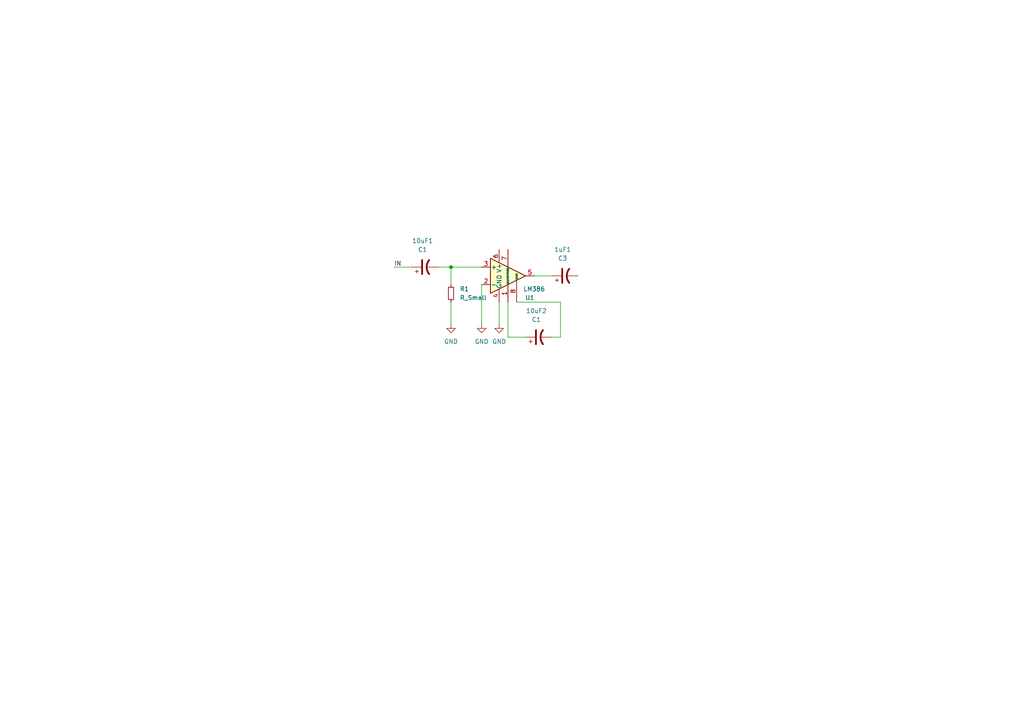
<source format=kicad_sch>
(kicad_sch (version 20211123) (generator eeschema)
  (paper "A4")
  (lib_symbols
    (symbol "Amplifier_Audio:LM386" (pin_names (offset 0.127))
      (property "Reference" "U" (at 1.27 7.62 0))
      (property "Value" "LM386" (at 1.27 5.08 0))
      (symbol "LM386_0_1"
        (polyline (pts (xy 5.08 0) (xy -5.08 5.08) (xy -5.08 -5.08) (xy 5.08 0)) (stroke (width 0.254)) (fill (type background)))
      )
      (symbol "LM386_1_1"
        (pin input line (at 0 -7.62 90) (length 5.08) (name "GAIN") (number "1"))
        (pin input line (at -7.62 -2.54 0) (length 2.54) (name "-") (number "2"))
        (pin input line (at -7.62 2.54 0) (length 2.54) (name "+") (number "3"))
        (pin power_in line (at -2.54 -7.62 90) (length 3.81) (name "GND") (number "4"))
        (pin output line (at 7.62 0 180) (length 2.54) (name "~") (number "5"))
        (pin power_in line (at -2.54 7.62 270) (length 3.81) (name "V+") (number "6"))
        (pin input line (at 0 7.62 270) (length 5.08) (name "BYPASS") (number "7"))
        (pin input line (at 2.54 -7.62 90) (length 6.35) (name "GAIN") (number "8"))
      )
    )
    (symbol "Device:C_Polarized_US" (pin_numbers hide) (pin_names (offset 0.254) hide)
      (property "Reference" "C" (at 0.635 2.54 0))
      (property "Value" "C_Polarized_US" (at 0.635 -2.54 0))
      (symbol "C_Polarized_US_0_1"
        (polyline (pts (xy -2.032 0.762) (xy 2.032 0.762)) (stroke (width 0.508)))
        (polyline (pts (xy -1.778 2.286) (xy -0.762 2.286)))
        (polyline (pts (xy -1.27 1.778) (xy -1.27 2.794)))
        (arc (start 2.032 -1.27) (mid 0 -0.5572) (end -2.032 -1.27) (stroke (width 0.508)))
      )
      (symbol "C_Polarized_US_1_1"
        (pin passive line (at 0 3.81 270) (length 2.794) (name "~") (number "1"))
        (pin passive line (at 0 -3.81 90) (length 3.302) (name "~") (number "2"))
      )
    )
    (symbol "Device:R_Small" (pin_numbers hide) (pin_names (offset 0.254) hide)
      (property "Reference" "R" (at 0.762 0.508 0))
      (property "Value" "R_Small" (at 0.762 -1.016 0))
      (symbol "R_Small_0_1"
        (rectangle (start -0.762 1.778) (end 0.762 -1.778) (stroke (width 0.2032)))
      )
      (symbol "R_Small_1_1"
        (pin passive line (at 0 2.54 270) (length 0.762) (name "~") (number "1"))
        (pin passive line (at 0 -2.54 90) (length 0.762) (name "~") (number "2"))
      )
    )
    (symbol "power:GND" (power) (pin_names (offset 0))
      (property "Value" "GND" (at 0 -3.81 0))
      (symbol "GND_0_1"
        (polyline (pts (xy 0 0) (xy 0 -1.27) (xy 1.27 -1.27) (xy 0 -2.54) (xy -1.27 -1.27) (xy 0 -1.27)))
      )
      (symbol "GND_1_1"
        (pin power_in line (at 0 0 270) (length 0) hide (name "GND") (number "1"))
      )
    )
  )
  (junction (at 130.81 77.47))
  (wire (pts (xy 130.81 87.63) (xy 130.81 93.98)))
  (wire (pts (xy 130.81 77.47) (xy 130.81 82.55)))
  (wire (pts (xy 139.7 93.98) (xy 139.7 82.55)))
  (wire (pts (xy 160.02 97.79) (xy 162.56 97.79)))
  (wire (pts (xy 130.81 77.47) (xy 139.7 77.47)))
  (wire (pts (xy 144.78 93.98) (xy 144.78 87.63)))
  (wire (pts (xy 127 77.47) (xy 130.81 77.47)))
  (wire (pts (xy 114.3 77.47) (xy 119.38 77.47)))
  (wire (pts (xy 154.94 80.01) (xy 160.02 80.01)))
  (wire (pts (xy 162.56 87.63) (xy 162.56 97.79)))
  (wire (pts (xy 147.32 97.79) (xy 152.4 97.79)))
  (wire (pts (xy 149.86 87.63) (xy 162.56 87.63)))
  (wire (pts (xy 147.32 87.63) (xy 147.32 97.79)))
  (label "IN" (at 114.3 77.47 0))
  (symbol (lib_id "power:GND") (at 144.78 93.98 0) (unit 1)
    (property "Reference" "#PWR0102" (effects hide))
    (property "Value" "GND" (at 144.78 99.06 0))
  )
  (symbol (lib_id "Device:C_Polarized_US") (at 163.83 80.01 90) (unit 1)
    (property "Reference" "1uF1" (at 163.195 72.39 90))
    (property "Value" "C3" (at 163.195 74.93 90))
  )
  (symbol (lib_id "Device:C_Polarized_US") (at 123.19 77.47 90) (unit 1)
    (property "Reference" "10uF1" (at 122.555 69.85 90))
    (property "Value" "C1" (at 122.555 72.39 90))
  )
  (symbol (lib_id "power:GND") (at 130.81 93.98 0) (unit 1)
    (property "Reference" "#PWR0103" (effects hide))
    (property "Value" "GND" (at 130.81 99.06 0))
  )
  (symbol (lib_id "Device:R_Small") (at 130.81 85.09 0) (unit 1)
    (property "Reference" "R1" (at 133.35 83.8199 0) (effects (justify left)))
    (property "Value" "R_Small" (at 133.35 86.3599 0) (effects (justify left)))
  )
  (symbol (lib_id "Device:C_Polarized_US") (at 156.21 97.79 90) (unit 1)
    (property "Reference" "10uF2" (at 155.575 90.17 90))
    (property "Value" "C1" (at 155.575 92.71 90))
  )
  (symbol (lib_id "Amplifier_Audio:LM386") (at 147.32 80.01 0) (unit 1)
    (property "Reference" "U1" (at 153.67 86.36 0))
    (property "Value" "LM386" (at 154.94 83.82 0))
    (property "Datasheet" "http://www.ti.com/lit/ds/symlink/lm386.pdf" (effects hide))
  )
  (symbol (lib_id "power:GND") (at 139.7 93.98 0) (unit 1)
    (property "Reference" "#PWR0101" (effects hide))
    (property "Value" "GND" (at 139.7 99.06 0))
  )
)
</source>
